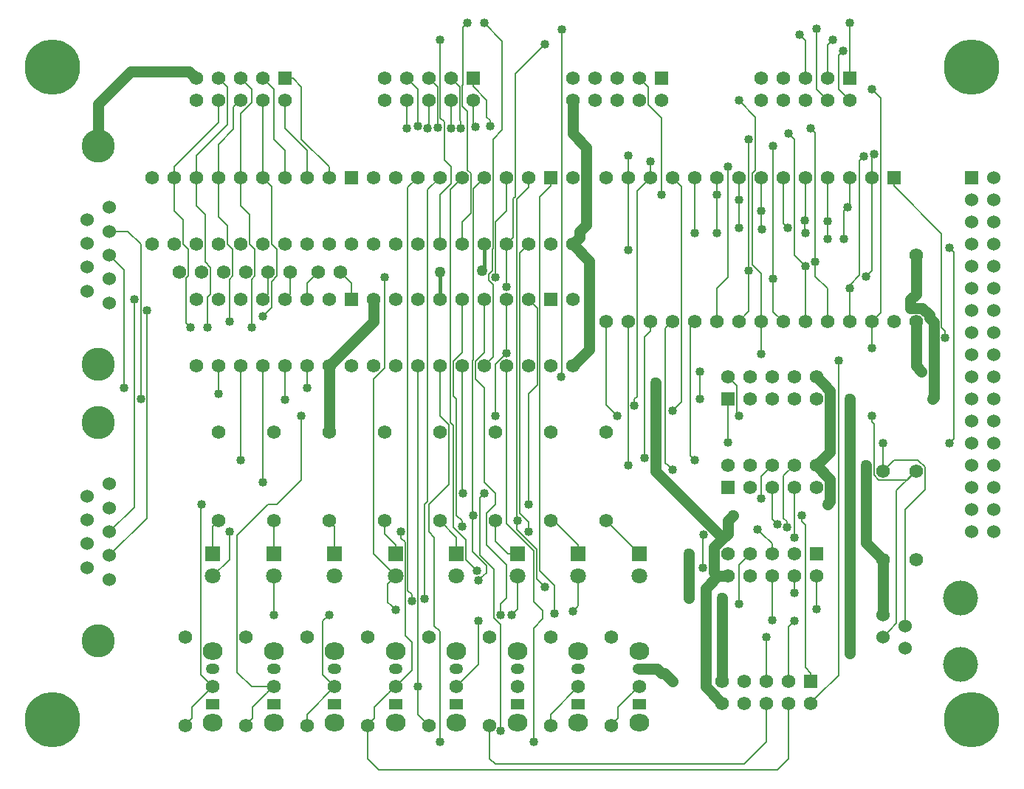
<source format=gbr>
G04 #@! TF.GenerationSoftware,KiCad,Pcbnew,(5.1.0-1546-g4fcfd266e)*
G04 #@! TF.CreationDate,2019-09-02T12:58:35-07:00*
G04 #@! TF.ProjectId,300-1006,3330302d-3130-4303-962e-6b696361645f,rev?*
G04 #@! TF.SameCoordinates,Original*
G04 #@! TF.FileFunction,Copper,L2,Bot*
G04 #@! TF.FilePolarity,Positive*
%FSLAX46Y46*%
G04 Gerber Fmt 4.6, Leading zero omitted, Abs format (unit mm)*
G04 Created by KiCad (PCBNEW (5.1.0-1546-g4fcfd266e)) date 2019-09-02 12:58:35*
%MOMM*%
%LPD*%
G04 APERTURE LIST*
%ADD10C,1.574800*%
%ADD11R,1.574800X1.574800*%
%ADD12C,6.350000*%
%ADD13C,1.524000*%
%ADD14R,1.524000X1.524000*%
%ADD15O,2.286000X2.000000*%
%ADD16O,1.574800X1.200000*%
%ADD17R,1.574800X1.200000*%
%ADD18C,4.000000*%
%ADD19C,3.810000*%
%ADD20C,1.800000*%
%ADD21R,1.800000X1.800000*%
%ADD22C,1.016000*%
%ADD23C,1.270000*%
%ADD24C,0.152400*%
%ADD25C,0.381000*%
%ADD26C,1.270000*%
G04 APERTURE END LIST*
D10*
X73660000Y-115570000D03*
X73660000Y-123190000D03*
X100965000Y-154305000D03*
X100965000Y-164465000D03*
X93980000Y-154305000D03*
X93980000Y-164465000D03*
X86995000Y-154305000D03*
X86995000Y-164465000D03*
X80010000Y-154305000D03*
X80010000Y-164465000D03*
X73025000Y-154305000D03*
X73025000Y-164465000D03*
X66040000Y-154305000D03*
X66040000Y-164465000D03*
X59055000Y-154305000D03*
X59055000Y-164465000D03*
X52070000Y-154305000D03*
X52070000Y-164465000D03*
X113665000Y-161925000D03*
X113665000Y-159385000D03*
X116205000Y-161925000D03*
X116205000Y-159385000D03*
X118745000Y-161925000D03*
X118745000Y-159385000D03*
X121285000Y-161925000D03*
X121285000Y-159385000D03*
X123825000Y-161925000D03*
D11*
X123825000Y-159385000D03*
D10*
X114300000Y-147320000D03*
X114300000Y-144780000D03*
X116840000Y-147320000D03*
X116840000Y-144780000D03*
X119380000Y-147320000D03*
X119380000Y-144780000D03*
X121920000Y-147320000D03*
X121920000Y-144780000D03*
X124460000Y-147320000D03*
D11*
X124460000Y-144780000D03*
D10*
X56515000Y-112395000D03*
X59055000Y-112395000D03*
D12*
X36830000Y-163830000D03*
X142240000Y-163830000D03*
X36830000Y-88900000D03*
X142240000Y-88900000D03*
D10*
X135890000Y-110490000D03*
X135890000Y-118110000D03*
X96520000Y-101600000D03*
X96520000Y-109220000D03*
X73660000Y-101600000D03*
X73660000Y-109220000D03*
X96520000Y-115570000D03*
X96520000Y-123190000D03*
D13*
X144780000Y-142240000D03*
X142240000Y-142240000D03*
X144780000Y-139700000D03*
X142240000Y-139700000D03*
X144780000Y-137160000D03*
X142240000Y-137160000D03*
X144780000Y-134620000D03*
X142240000Y-134620000D03*
X144780000Y-132080000D03*
X142240000Y-132080000D03*
X144780000Y-129540000D03*
X142240000Y-129540000D03*
X144780000Y-127000000D03*
X142240000Y-127000000D03*
X144780000Y-124460000D03*
X142240000Y-124460000D03*
X144780000Y-121920000D03*
X142240000Y-121920000D03*
X144780000Y-119380000D03*
X142240000Y-119380000D03*
X144780000Y-116840000D03*
X142240000Y-116840000D03*
X144780000Y-114300000D03*
X142240000Y-114300000D03*
X144780000Y-111760000D03*
X142240000Y-111760000D03*
X144780000Y-109220000D03*
X142240000Y-109220000D03*
X144780000Y-106680000D03*
X142240000Y-106680000D03*
X144780000Y-104140000D03*
X142240000Y-104140000D03*
X144780000Y-101600000D03*
D14*
X142240000Y-101600000D03*
D10*
X100330000Y-101600000D03*
X100330000Y-118110000D03*
X102870000Y-101600000D03*
X102870000Y-118110000D03*
X105410000Y-101600000D03*
X105410000Y-118110000D03*
X107950000Y-101600000D03*
X107950000Y-118110000D03*
X110490000Y-101600000D03*
X110490000Y-118110000D03*
X113030000Y-101600000D03*
X113030000Y-118110000D03*
X115570000Y-101600000D03*
X115570000Y-118110000D03*
X118110000Y-101600000D03*
X118110000Y-118110000D03*
X120650000Y-101600000D03*
X120650000Y-118110000D03*
X123190000Y-101600000D03*
X123190000Y-118110000D03*
X125730000Y-101600000D03*
X125730000Y-118110000D03*
X128270000Y-101600000D03*
X128270000Y-118110000D03*
X130810000Y-101600000D03*
X130810000Y-118110000D03*
D11*
X133350000Y-101600000D03*
D10*
X133350000Y-118110000D03*
X76200000Y-115570000D03*
X76200000Y-123190000D03*
X78740000Y-115570000D03*
X78740000Y-123190000D03*
X81280000Y-115570000D03*
X81280000Y-123190000D03*
X83820000Y-115570000D03*
X83820000Y-123190000D03*
X86360000Y-115570000D03*
X86360000Y-123190000D03*
X88900000Y-115570000D03*
X88900000Y-123190000D03*
X91440000Y-115570000D03*
X91440000Y-123190000D03*
D11*
X93980000Y-115570000D03*
D10*
X93980000Y-123190000D03*
X53340000Y-115570000D03*
X53340000Y-123190000D03*
X55880000Y-115570000D03*
X55880000Y-123190000D03*
X58420000Y-115570000D03*
X58420000Y-123190000D03*
X60960000Y-115570000D03*
X60960000Y-123190000D03*
X63500000Y-115570000D03*
X63500000Y-123190000D03*
X66040000Y-115570000D03*
X66040000Y-123190000D03*
X68580000Y-115570000D03*
X68580000Y-123190000D03*
D11*
X71120000Y-115570000D03*
D10*
X71120000Y-123190000D03*
X76200000Y-101600000D03*
X76200000Y-109220000D03*
X78740000Y-101600000D03*
X78740000Y-109220000D03*
X81280000Y-101600000D03*
X81280000Y-109220000D03*
X83820000Y-101600000D03*
X83820000Y-109220000D03*
X86360000Y-101600000D03*
X86360000Y-109220000D03*
X88900000Y-101600000D03*
X88900000Y-109220000D03*
X91440000Y-101600000D03*
X91440000Y-109220000D03*
D11*
X93980000Y-101600000D03*
D10*
X93980000Y-109220000D03*
X48260000Y-101600000D03*
X48260000Y-109220000D03*
X50800000Y-101600000D03*
X50800000Y-109220000D03*
X53340000Y-101600000D03*
X53340000Y-109220000D03*
X55880000Y-101600000D03*
X55880000Y-109220000D03*
X58420000Y-101600000D03*
X58420000Y-109220000D03*
X60960000Y-101600000D03*
X60960000Y-109220000D03*
X63500000Y-101600000D03*
X63500000Y-109220000D03*
X66040000Y-101600000D03*
X66040000Y-109220000D03*
X68580000Y-101600000D03*
X68580000Y-109220000D03*
D11*
X71120000Y-101600000D03*
D10*
X71120000Y-109220000D03*
D15*
X104140000Y-155905200D03*
X104140000Y-164134800D03*
D16*
X104140000Y-158013400D03*
D10*
X104140000Y-160020000D03*
D17*
X104140000Y-162026600D03*
D15*
X97155000Y-155905200D03*
X97155000Y-164134800D03*
D16*
X97155000Y-158013400D03*
D10*
X97155000Y-160020000D03*
D17*
X97155000Y-162026600D03*
D15*
X90170000Y-155905200D03*
X90170000Y-164134800D03*
D16*
X90170000Y-158013400D03*
D10*
X90170000Y-160020000D03*
D17*
X90170000Y-162026600D03*
D15*
X83185000Y-155905200D03*
X83185000Y-164134800D03*
D16*
X83185000Y-158013400D03*
D10*
X83185000Y-160020000D03*
D17*
X83185000Y-162026600D03*
D15*
X76200000Y-155905200D03*
X76200000Y-164134800D03*
D16*
X76200000Y-158013400D03*
D10*
X76200000Y-160020000D03*
D17*
X76200000Y-162026600D03*
D15*
X69215000Y-155905200D03*
X69215000Y-164134800D03*
D16*
X69215000Y-158013400D03*
D10*
X69215000Y-160020000D03*
D17*
X69215000Y-162026600D03*
D15*
X62230000Y-155905200D03*
X62230000Y-164134800D03*
D16*
X62230000Y-158013400D03*
D10*
X62230000Y-160020000D03*
D17*
X62230000Y-162026600D03*
D15*
X55245000Y-155905200D03*
X55245000Y-164134800D03*
D16*
X55245000Y-158013400D03*
D10*
X55245000Y-160020000D03*
D17*
X55245000Y-162026600D03*
D10*
X100330000Y-130810000D03*
X100330000Y-140970000D03*
X93980000Y-130810000D03*
X93980000Y-140970000D03*
X87630000Y-130810000D03*
X87630000Y-140970000D03*
X81280000Y-130810000D03*
X81280000Y-140970000D03*
X74930000Y-130810000D03*
X74930000Y-140970000D03*
X68580000Y-130810000D03*
X68580000Y-140970000D03*
X62230000Y-130810000D03*
X62230000Y-140970000D03*
X55880000Y-130810000D03*
X55880000Y-140970000D03*
X135890000Y-135255000D03*
X135890000Y-145415000D03*
X132080000Y-135255000D03*
X132080000Y-145415000D03*
X124460000Y-134620000D03*
X124460000Y-137160000D03*
X121920000Y-134620000D03*
X121920000Y-137160000D03*
X119380000Y-134620000D03*
X119380000Y-137160000D03*
X116840000Y-134620000D03*
X116840000Y-137160000D03*
X114300000Y-134620000D03*
D11*
X114300000Y-137160000D03*
D10*
X124460000Y-124460000D03*
X124460000Y-127000000D03*
X121920000Y-124460000D03*
X121920000Y-127000000D03*
X119380000Y-124460000D03*
X119380000Y-127000000D03*
X116840000Y-124460000D03*
X116840000Y-127000000D03*
X114300000Y-124460000D03*
D11*
X114300000Y-127000000D03*
D10*
X118110000Y-92710000D03*
X118110000Y-90170000D03*
X120650000Y-92710000D03*
X120650000Y-90170000D03*
X123190000Y-92710000D03*
X123190000Y-90170000D03*
X125730000Y-92710000D03*
X125730000Y-90170000D03*
X128270000Y-92710000D03*
D11*
X128270000Y-90170000D03*
D10*
X96520000Y-92710000D03*
X96520000Y-90170000D03*
X99060000Y-92710000D03*
X99060000Y-90170000D03*
X101600000Y-92710000D03*
X101600000Y-90170000D03*
X104140000Y-92710000D03*
X104140000Y-90170000D03*
X106680000Y-92710000D03*
D11*
X106680000Y-90170000D03*
D10*
X74930000Y-92710000D03*
X74930000Y-90170000D03*
X77470000Y-92710000D03*
X77470000Y-90170000D03*
X80010000Y-92710000D03*
X80010000Y-90170000D03*
X82550000Y-92710000D03*
X82550000Y-90170000D03*
X85090000Y-92710000D03*
D11*
X85090000Y-90170000D03*
D10*
X53340000Y-92710000D03*
X53340000Y-90170000D03*
X55880000Y-92710000D03*
X55880000Y-90170000D03*
X58420000Y-92710000D03*
X58420000Y-90170000D03*
X60960000Y-92710000D03*
X60960000Y-90170000D03*
X63500000Y-92710000D03*
D11*
X63500000Y-90170000D03*
D13*
X134620000Y-155575000D03*
X132080000Y-154305000D03*
X134620000Y-153035000D03*
X132080000Y-151765000D03*
D18*
X140970000Y-149860000D03*
X140970000Y-157480000D03*
D19*
X42150000Y-129740000D03*
X42150000Y-154740000D03*
D13*
X40880000Y-138130000D03*
X40880000Y-140870000D03*
X40880000Y-143610000D03*
X40880000Y-146350000D03*
X43420000Y-136760000D03*
X43420000Y-139500000D03*
X43420000Y-142240000D03*
X43420000Y-144980000D03*
X43420000Y-147720000D03*
D19*
X42150000Y-97990000D03*
X42150000Y-122990000D03*
D13*
X40880000Y-106380000D03*
X40880000Y-109120000D03*
X40880000Y-111860000D03*
X40880000Y-114600000D03*
X43420000Y-105010000D03*
X43420000Y-107750000D03*
X43420000Y-110490000D03*
X43420000Y-113230000D03*
X43420000Y-115970000D03*
D20*
X104140000Y-147320000D03*
D21*
X104140000Y-144780000D03*
D20*
X97155000Y-147320000D03*
D21*
X97155000Y-144780000D03*
D20*
X90170000Y-147320000D03*
D21*
X90170000Y-144780000D03*
D20*
X83185000Y-147320000D03*
D21*
X83185000Y-144780000D03*
D20*
X76200000Y-147320000D03*
D21*
X76200000Y-144780000D03*
D20*
X69215000Y-147320000D03*
D21*
X69215000Y-144780000D03*
D20*
X62230000Y-147320000D03*
D21*
X62230000Y-144780000D03*
D20*
X55245000Y-147320000D03*
D21*
X55245000Y-144780000D03*
D10*
X61595000Y-112395000D03*
X64135000Y-112395000D03*
X53975000Y-112395000D03*
X51435000Y-112395000D03*
X67310000Y-112395000D03*
X69850000Y-112395000D03*
D22*
X88900000Y-121742197D03*
X118110000Y-121818390D03*
X127000000Y-122555000D03*
X68580000Y-151765000D03*
X85725000Y-152501610D03*
X118745000Y-154305000D03*
X78740000Y-160020000D03*
X81280000Y-166370000D03*
X88289953Y-165112476D03*
X86360000Y-137795000D03*
X92075000Y-166370000D03*
X91440000Y-142240000D03*
D23*
X81280000Y-112395000D03*
D22*
X88900000Y-114122197D03*
X78763970Y-95689388D03*
X79909794Y-95918020D03*
X83718390Y-95884299D03*
X82550237Y-95908903D03*
X81077025Y-95865519D03*
X84455000Y-83820000D03*
X95250000Y-84556610D03*
X122532412Y-85191264D03*
X124460000Y-84455000D03*
X128270000Y-83820000D03*
X127533390Y-86995000D03*
X81280000Y-85725000D03*
X93345000Y-86258390D03*
X126365000Y-85725000D03*
X87051822Y-95706405D03*
X86360000Y-83820000D03*
X52705000Y-118745000D03*
X54610000Y-118745000D03*
X57150000Y-118110000D03*
X59690000Y-118745000D03*
X60960000Y-117475000D03*
X102870000Y-99060000D03*
X105410000Y-99695000D03*
X110490000Y-133985000D03*
X102870000Y-134620000D03*
X139700000Y-132080000D03*
X102870000Y-109855000D03*
X91440000Y-139065000D03*
X106680000Y-103505000D03*
X110490000Y-107950000D03*
X113030000Y-107950000D03*
X115570000Y-107315000D03*
X123825000Y-95885000D03*
X121285000Y-96520000D03*
X121183390Y-107315000D03*
X85344167Y-95732443D03*
X119519013Y-97930156D03*
X77470000Y-95885000D03*
X114300000Y-100330000D03*
X85549422Y-146695037D03*
X85702412Y-147853390D03*
X93345000Y-148590000D03*
X79552124Y-149961610D03*
X62230000Y-151765000D03*
X57150000Y-142240000D03*
X115570000Y-92710000D03*
X116738390Y-97155000D03*
X130810000Y-91440000D03*
X131089391Y-98867875D03*
X129955956Y-99151574D03*
X113030000Y-103505000D03*
X115570000Y-104140000D03*
X128042679Y-104952789D03*
X118110000Y-105410000D03*
X118202632Y-107492834D03*
X125730000Y-106578390D03*
X123190000Y-107950000D03*
X125730000Y-108585000D03*
X127635000Y-108585000D03*
X139700000Y-109626421D03*
X135255000Y-115570000D03*
X124332999Y-111252001D03*
X123190000Y-111760000D03*
X116738390Y-112293390D03*
X119519013Y-113169013D03*
X130175000Y-112928390D03*
X128270000Y-114300000D03*
X130810000Y-121183390D03*
X107950000Y-128371610D03*
X101600000Y-128905000D03*
X66040000Y-125730000D03*
X45085000Y-125730000D03*
X46990000Y-127000000D03*
X46253390Y-115570000D03*
X47726610Y-116840000D03*
X58420000Y-133985000D03*
X107950000Y-135153390D03*
X60960000Y-136525000D03*
X55880000Y-126365000D03*
X63500000Y-127101610D03*
X111125000Y-127000000D03*
X103606610Y-127736610D03*
X111125000Y-123825000D03*
X114300000Y-131952956D03*
X132080000Y-132080000D03*
X115570000Y-128905000D03*
X130810000Y-128905000D03*
X118110000Y-138430000D03*
X121920000Y-142875000D03*
X124460000Y-151130000D03*
X90170000Y-140970000D03*
X85090000Y-140335000D03*
X121920000Y-152501610D03*
X121920000Y-149225000D03*
X74930000Y-113030000D03*
D23*
X86129585Y-112273429D03*
D22*
X87630000Y-113030000D03*
X115570000Y-150495000D03*
X119380000Y-152400000D03*
X89535000Y-151765000D03*
X94423808Y-151663390D03*
X96520000Y-151358579D03*
X83921610Y-137795000D03*
X83820000Y-141605000D03*
X76835000Y-142240000D03*
X78065211Y-150160468D03*
X76200000Y-151231610D03*
X95224590Y-124434087D03*
D23*
X130175000Y-134620000D03*
X113665000Y-156210000D03*
X111760000Y-154305000D03*
X113665000Y-149860000D03*
X109855000Y-149860000D03*
X109855000Y-144780000D03*
D22*
X139242820Y-119946116D03*
D23*
X137795000Y-127000000D03*
X136525000Y-123847909D03*
X125730000Y-139065000D03*
D22*
X122810089Y-140360410D03*
X119984170Y-141358884D03*
X121079837Y-141764717D03*
X117742375Y-141935212D03*
D23*
X114935000Y-140335000D03*
D22*
X111429789Y-146348782D03*
X87630000Y-128905000D03*
X65405000Y-128905000D03*
X53975000Y-139065000D03*
D23*
X106045000Y-125095000D03*
D22*
X104749590Y-133729911D03*
X111546679Y-142588666D03*
X88265000Y-151765000D03*
D23*
X128270000Y-137160000D03*
X128270000Y-127000000D03*
X107950000Y-159385000D03*
X128270000Y-156210000D03*
D22*
X123178294Y-106476788D03*
D24*
X88900000Y-121742197D02*
X88900000Y-115570000D01*
X118110000Y-118110000D02*
X118110000Y-121818390D01*
X127000000Y-158750000D02*
X127000000Y-122555000D01*
X124612399Y-161137601D02*
X127000000Y-158750000D01*
X123825000Y-161925000D02*
X124612399Y-161137601D01*
X68580000Y-151765000D02*
X67843390Y-152501610D01*
X67843390Y-152501610D02*
X67843390Y-158648390D01*
X67843390Y-158648390D02*
X68427601Y-159232601D01*
X68427601Y-159232601D02*
X69215000Y-160020000D01*
X85725000Y-157480000D02*
X85725000Y-153220030D01*
X83185000Y-160020000D02*
X85725000Y-157480000D01*
X85725000Y-153220030D02*
X85725000Y-152501610D01*
X118745000Y-159385000D02*
X118745000Y-154305000D01*
X87630000Y-168910000D02*
X86995000Y-168275000D01*
X86995000Y-168275000D02*
X86995000Y-164465000D01*
X116205000Y-168910000D02*
X87630000Y-168910000D01*
X118745000Y-166370000D02*
X116205000Y-168910000D01*
X118745000Y-161925000D02*
X118745000Y-166370000D01*
X121285000Y-168275000D02*
X120015000Y-169545000D01*
X121285000Y-161925000D02*
X121285000Y-168275000D01*
X120015000Y-169545000D02*
X74295000Y-169545000D01*
X74295000Y-169545000D02*
X73025000Y-168275000D01*
X73025000Y-168275000D02*
X73025000Y-164465000D01*
X81280000Y-153670000D02*
X81280000Y-166370000D01*
X80645000Y-153035000D02*
X81280000Y-153670000D01*
X80645000Y-152400000D02*
X80645000Y-153035000D01*
X80645000Y-142875000D02*
X80645000Y-152400000D01*
X80010000Y-142240000D02*
X80645000Y-142875000D01*
X80010000Y-139065000D02*
X80010000Y-142240000D01*
X79917643Y-138726291D02*
X79552124Y-139091810D01*
X79552124Y-149243190D02*
X79552124Y-149961610D01*
X79917643Y-102962357D02*
X79917643Y-138726291D01*
X81280000Y-101600000D02*
X79917643Y-102962357D01*
X79552124Y-139091810D02*
X79552124Y-149243190D01*
X82296001Y-136778999D02*
X80010000Y-139065000D01*
X81280000Y-128905000D02*
X82296001Y-129921001D01*
X82296001Y-129921001D02*
X82296001Y-136778999D01*
X81280000Y-123190000D02*
X81280000Y-128905000D01*
X97155000Y-160020000D02*
X93980000Y-163195000D01*
X93980000Y-163195000D02*
X93980000Y-164465000D01*
X100965000Y-164465000D02*
X101752399Y-163677601D01*
X101752399Y-163677601D02*
X101752399Y-162407601D01*
X101752399Y-162407601D02*
X103352601Y-160807399D01*
X103352601Y-160807399D02*
X104140000Y-160020000D01*
X92837001Y-148082001D02*
X93345000Y-148590000D01*
X91440000Y-102713551D02*
X90119188Y-104034363D01*
X91440000Y-101600000D02*
X91440000Y-102713551D01*
X90119188Y-104034363D02*
X90119188Y-141985255D01*
X90119188Y-141985255D02*
X92405189Y-144271255D01*
X92405189Y-144271255D02*
X92405189Y-147650189D01*
X92405189Y-147650189D02*
X92837001Y-148082001D01*
X88900000Y-114122197D02*
X88900000Y-109220000D01*
D25*
X81280000Y-115570000D02*
X81280000Y-112395000D01*
D24*
X83820000Y-106680000D02*
X83820000Y-109220000D01*
X84836001Y-105663999D02*
X83820000Y-106680000D01*
X84455000Y-93980000D02*
X84455000Y-100731318D01*
X84455000Y-100731318D02*
X84836001Y-101112319D01*
X84836001Y-101112319D02*
X84836001Y-105663999D01*
X81813635Y-99593635D02*
X82550000Y-100330000D01*
X81077025Y-95147099D02*
X81077025Y-95865519D01*
X80010000Y-95817814D02*
X79909794Y-95918020D01*
X81280000Y-85725000D02*
X81280000Y-86443420D01*
X80010000Y-90170000D02*
X81026001Y-91186001D01*
X81280000Y-108106449D02*
X81280000Y-109220000D01*
X81026001Y-95096075D02*
X81077025Y-95147099D01*
X83870812Y-93395812D02*
X84455000Y-93980000D01*
X78763970Y-94970968D02*
X78763970Y-95689388D01*
X81026001Y-91186001D02*
X81026001Y-95096075D01*
X80010000Y-92710000D02*
X80010000Y-95817814D01*
X82550000Y-90170000D02*
X83566001Y-91186001D01*
X82550000Y-92710000D02*
X82550000Y-95908666D01*
X82550000Y-102235000D02*
X81280000Y-103505000D01*
X81813635Y-95185923D02*
X81813635Y-99593635D01*
X81330812Y-94703100D02*
X81813635Y-95185923D01*
X83566001Y-91186001D02*
X83566001Y-95013490D01*
X81330812Y-86494232D02*
X81330812Y-94703100D01*
X82550000Y-100330000D02*
X82550000Y-102235000D01*
X83718390Y-95165879D02*
X83718390Y-95884299D01*
X78763970Y-91463970D02*
X78763970Y-94970968D01*
X83566001Y-95013490D02*
X83718390Y-95165879D01*
X82550000Y-95908666D02*
X82550237Y-95908903D01*
X81280000Y-86443420D02*
X81330812Y-86494232D01*
X77470000Y-90170000D02*
X78763970Y-91463970D01*
X81280000Y-103505000D02*
X81280000Y-108106449D01*
X83947001Y-90932001D02*
X83870812Y-91008190D01*
X83870812Y-91008190D02*
X83870812Y-93395812D01*
X84455000Y-83820000D02*
X83947001Y-84327999D01*
X83947001Y-84327999D02*
X83947001Y-90932001D01*
X123040411Y-85699263D02*
X122532412Y-85191264D01*
X123190000Y-90170000D02*
X123190000Y-85848852D01*
X125730000Y-92710000D02*
X124460000Y-91440000D01*
X124460000Y-91440000D02*
X124460000Y-84455000D01*
X123190000Y-85848852D02*
X123040411Y-85699263D01*
X128270000Y-92710000D02*
X127025391Y-91465391D01*
X127025391Y-91465391D02*
X127025391Y-87502999D01*
X127025391Y-87502999D02*
X127533390Y-86995000D01*
X128270000Y-90170000D02*
X128270000Y-83820000D01*
X125730000Y-86360000D02*
X126365000Y-85725000D01*
X125730000Y-90170000D02*
X125730000Y-86360000D01*
X85090000Y-90170000D02*
X85090000Y-91109800D01*
X86690189Y-92709989D02*
X86690189Y-94626352D01*
X87051822Y-94987985D02*
X87051822Y-95706405D01*
X86690189Y-94626352D02*
X87051822Y-94987985D01*
X85090000Y-91109800D02*
X86690189Y-92709989D01*
X50800000Y-105410000D02*
X50800000Y-101600000D01*
X51816001Y-106426001D02*
X50800000Y-105410000D01*
X52197001Y-118237001D02*
X52197001Y-113136681D01*
X52705000Y-118745000D02*
X52197001Y-118237001D01*
X52197001Y-113136681D02*
X52451001Y-112882681D01*
X52451001Y-112882681D02*
X52451001Y-109834683D01*
X52451001Y-109834683D02*
X51816001Y-109199683D01*
X51816001Y-109199683D02*
X51816001Y-106426001D01*
X54356001Y-105791001D02*
X53340000Y-104775000D01*
X53340000Y-104775000D02*
X53340000Y-101600000D01*
X54610000Y-115336318D02*
X54991001Y-114955317D01*
X54610000Y-118745000D02*
X54610000Y-115336318D01*
X54991001Y-114955317D02*
X54991001Y-111907319D01*
X54991001Y-111907319D02*
X54356001Y-111272319D01*
X54356001Y-111272319D02*
X54356001Y-105791001D01*
X55880000Y-106045000D02*
X55880000Y-101600000D01*
X56896001Y-107061001D02*
X55880000Y-106045000D01*
X57150000Y-113263682D02*
X57531001Y-112882681D01*
X57150000Y-118110000D02*
X57150000Y-113263682D01*
X57531001Y-112882681D02*
X57531001Y-109834683D01*
X57531001Y-109834683D02*
X56896001Y-109199683D01*
X56896001Y-109199683D02*
X56896001Y-107061001D01*
X58420000Y-104775000D02*
X58420000Y-101600000D01*
X59436001Y-105791001D02*
X58420000Y-104775000D01*
X59690000Y-113263682D02*
X60071001Y-112882681D01*
X59690000Y-118745000D02*
X59690000Y-113263682D01*
X60071001Y-112882681D02*
X60071001Y-109834683D01*
X60071001Y-109834683D02*
X59436001Y-109199683D01*
X59436001Y-109199683D02*
X59436001Y-105791001D01*
X60960000Y-117475000D02*
X61976001Y-116458999D01*
X61976001Y-116458999D02*
X61976001Y-113517681D01*
X61976001Y-113517681D02*
X62611001Y-112882681D01*
X62611001Y-112882681D02*
X62611001Y-109834683D01*
X62611001Y-109834683D02*
X61976001Y-109199683D01*
X61976001Y-109199683D02*
X61976001Y-102616001D01*
X61976001Y-102616001D02*
X61747399Y-102387399D01*
X61747399Y-102387399D02*
X60960000Y-101600000D01*
X102870000Y-99060000D02*
X102870000Y-101600000D01*
X105410000Y-99695000D02*
X105410000Y-101600000D01*
X102870000Y-128905000D02*
X102870000Y-118110000D01*
X100330000Y-127635000D02*
X100330000Y-119223551D01*
X100330000Y-119223551D02*
X100330000Y-118110000D01*
X101600000Y-128905000D02*
X100330000Y-127635000D01*
X102870000Y-134620000D02*
X102870000Y-128905000D01*
X134620000Y-139700000D02*
X134620000Y-153035000D01*
X136906001Y-137413999D02*
X134620000Y-139700000D01*
X136123682Y-133985000D02*
X136906001Y-134767319D01*
X133350000Y-133985000D02*
X136123682Y-133985000D01*
X136906001Y-134767319D02*
X136906001Y-137413999D01*
X132080000Y-135255000D02*
X133350000Y-133985000D01*
X135890000Y-135255000D02*
X133629399Y-137515601D01*
X133629399Y-137515601D02*
X133629399Y-152755601D01*
X133629399Y-152755601D02*
X132841999Y-153543001D01*
X132841999Y-153543001D02*
X132080000Y-154305000D01*
X102870000Y-101600000D02*
X102870000Y-109855000D01*
X91440000Y-126365000D02*
X91440000Y-139065000D01*
X92456001Y-125348999D02*
X91440000Y-126365000D01*
X91440000Y-115570000D02*
X92456001Y-116586001D01*
X92456001Y-116586001D02*
X92456001Y-125348999D01*
D26*
X68580000Y-123190000D02*
X68580000Y-130810000D01*
D24*
X105156001Y-93197681D02*
X106680000Y-94721680D01*
X106680000Y-94721680D02*
X106680000Y-102786580D01*
X106680000Y-102786580D02*
X106680000Y-103505000D01*
X105156001Y-91186001D02*
X105156001Y-93197681D01*
X104140000Y-90170000D02*
X105156001Y-91186001D01*
X110490000Y-107950000D02*
X110490000Y-101600000D01*
X113030000Y-107950000D02*
X113030000Y-101600000D01*
X115570000Y-107315000D02*
X115570000Y-101600000D01*
X104140000Y-144780000D02*
X100330000Y-140970000D01*
X97155000Y-144780000D02*
X97155000Y-143727600D01*
X97155000Y-143727600D02*
X94397400Y-140970000D01*
X94397400Y-140970000D02*
X93980000Y-140970000D01*
X83185000Y-144780000D02*
X83185000Y-142875000D01*
X83185000Y-142875000D02*
X81280000Y-140970000D01*
X69215000Y-144780000D02*
X69215000Y-141605000D01*
X69215000Y-141605000D02*
X68580000Y-140970000D01*
X62230000Y-144780000D02*
X62230000Y-140970000D01*
X55245000Y-144780000D02*
X55245000Y-141605000D01*
X55245000Y-141605000D02*
X55880000Y-140970000D01*
D26*
X132080000Y-145415000D02*
X132080000Y-151765000D01*
D24*
X50800000Y-100330000D02*
X50800000Y-101600000D01*
X55880000Y-92710000D02*
X55880000Y-95250000D01*
X55880000Y-95250000D02*
X50800000Y-100330000D01*
X56896001Y-91186001D02*
X56896001Y-95503999D01*
X55880000Y-90170000D02*
X56896001Y-91186001D01*
X53340000Y-99060000D02*
X53340000Y-101600000D01*
X56896001Y-95503999D02*
X53340000Y-99060000D01*
X57632601Y-93497399D02*
X57632601Y-96037399D01*
X58420000Y-92710000D02*
X57632601Y-93497399D01*
X57632601Y-96037399D02*
X55880000Y-97790000D01*
X55880000Y-97790000D02*
X55880000Y-101600000D01*
X58420000Y-90170000D02*
X59690000Y-91440000D01*
X59690000Y-92943682D02*
X58420000Y-94213682D01*
X59690000Y-91440000D02*
X59690000Y-92943682D01*
X58420000Y-94213682D02*
X58420000Y-101600000D01*
X60960000Y-92710000D02*
X60960000Y-101600000D01*
X60960000Y-90170000D02*
X62230000Y-91440000D01*
X62230000Y-91440000D02*
X62230000Y-97155000D01*
X62230000Y-97155000D02*
X63500000Y-98425000D01*
X63500000Y-98425000D02*
X63500000Y-101600000D01*
X63500000Y-92710000D02*
X63500000Y-95885000D01*
X66040000Y-98425000D02*
X66040000Y-101600000D01*
X63500000Y-95885000D02*
X66040000Y-98425000D01*
X64439800Y-90170000D02*
X65405000Y-91135200D01*
X63500000Y-90170000D02*
X64439800Y-90170000D01*
X65405000Y-91135200D02*
X65405000Y-97155000D01*
X65405000Y-97155000D02*
X68580000Y-100330000D01*
X68580000Y-100330000D02*
X68580000Y-101600000D01*
X123825000Y-95885000D02*
X124332999Y-96392999D01*
X125730000Y-114300000D02*
X125730000Y-118110000D01*
X124332999Y-112902999D02*
X125730000Y-114300000D01*
X121920000Y-97155000D02*
X121920000Y-110490000D01*
X121285000Y-96520000D02*
X121920000Y-97155000D01*
X120650000Y-101600000D02*
X120650000Y-106781610D01*
X120650000Y-106781610D02*
X120675391Y-106807001D01*
X120675391Y-106807001D02*
X121183390Y-107315000D01*
X121920000Y-110490000D02*
X123190000Y-111760000D01*
X123190000Y-111760000D02*
X123190000Y-118110000D01*
X85090000Y-92710000D02*
X85090000Y-95478276D01*
X85090000Y-95478276D02*
X85344167Y-95732443D01*
X120650000Y-118110000D02*
X119519013Y-116979013D01*
X119519013Y-98648576D02*
X119519013Y-97930156D01*
X77470000Y-92710000D02*
X77470000Y-95885000D01*
X114300000Y-100330000D02*
X114300000Y-113030000D01*
X114300000Y-113030000D02*
X113030000Y-114300000D01*
X113030000Y-114300000D02*
X113030000Y-118110000D01*
X90170000Y-144780000D02*
X89117600Y-144780000D01*
X89117600Y-144780000D02*
X87630000Y-143292400D01*
X87630000Y-142083551D02*
X87630000Y-140970000D01*
X87630000Y-143292400D02*
X87630000Y-142083551D01*
X62230000Y-151765000D02*
X62230000Y-147320000D01*
X57150000Y-145415000D02*
X55245000Y-147320000D01*
X57150000Y-142240000D02*
X57150000Y-145415000D01*
X71120000Y-113665000D02*
X71120000Y-115570000D01*
X69850000Y-112395000D02*
X71120000Y-113665000D01*
X66040000Y-113665000D02*
X66040000Y-115570000D01*
X67310000Y-112395000D02*
X66040000Y-113665000D01*
X64135000Y-114935000D02*
X63500000Y-115570000D01*
X64135000Y-112395000D02*
X64135000Y-114935000D01*
X61595000Y-114935000D02*
X60960000Y-115570000D01*
X61595000Y-112395000D02*
X61595000Y-114935000D01*
X115570000Y-118110000D02*
X116738390Y-116941610D01*
X116738390Y-97873420D02*
X116738390Y-97155000D01*
X130810000Y-101600000D02*
X130810000Y-99147266D01*
X130810000Y-99147266D02*
X131089391Y-98867875D01*
X128270000Y-104725468D02*
X128042679Y-104952789D01*
X128270000Y-101600000D02*
X128270000Y-104725468D01*
X118110000Y-101600000D02*
X118110000Y-107400202D01*
X118110000Y-107400202D02*
X118202632Y-107492834D01*
X125730000Y-101600000D02*
X125730000Y-106578390D01*
X123190000Y-106465082D02*
X123178294Y-106476788D01*
X123190000Y-101600000D02*
X123190000Y-106465082D01*
X125730000Y-108585000D02*
X125730000Y-106578390D01*
X127635000Y-105360468D02*
X128042679Y-104952789D01*
X127635000Y-108585000D02*
X127635000Y-105360468D01*
D26*
X135890000Y-114935000D02*
X135890000Y-110490000D01*
X135255000Y-115570000D02*
X135890000Y-114935000D01*
D24*
X124332999Y-96392999D02*
X124332999Y-111252001D01*
X124332999Y-111252001D02*
X124332999Y-112902999D01*
X116738390Y-112293390D02*
X116738390Y-97873420D01*
X116738390Y-116941610D02*
X116738390Y-112293390D01*
X117475000Y-100731318D02*
X117093999Y-101112319D01*
X118110000Y-112574830D02*
X118110000Y-116996449D01*
X118110000Y-116996449D02*
X118110000Y-118110000D01*
X117093999Y-111558829D02*
X118110000Y-112574830D01*
X117475000Y-94615000D02*
X117475000Y-100731318D01*
X117093999Y-101112319D02*
X117093999Y-111558829D01*
X115570000Y-92710000D02*
X117475000Y-94615000D01*
X119519013Y-116979013D02*
X119519013Y-113169013D01*
X119519013Y-113169013D02*
X119519013Y-98648576D01*
X131826001Y-92456001D02*
X131826001Y-117093999D01*
X130810000Y-91440000D02*
X131826001Y-92456001D01*
X131826001Y-117093999D02*
X131597399Y-117322601D01*
X131597399Y-117322601D02*
X130810000Y-118110000D01*
X129447957Y-112768460D02*
X129447957Y-99659573D01*
X128270000Y-118110000D02*
X128270000Y-113946417D01*
X129447957Y-99659573D02*
X129955956Y-99151574D01*
X128270000Y-113946417D02*
X129447957Y-112768460D01*
X130810000Y-101600000D02*
X130810000Y-112293390D01*
X130682999Y-112420391D02*
X130175000Y-112928390D01*
X130810000Y-112293390D02*
X130682999Y-112420391D01*
X130810000Y-118110000D02*
X130810000Y-121183390D01*
X108457999Y-127863611D02*
X107950000Y-128371610D01*
X108966001Y-127355609D02*
X108457999Y-127863611D01*
X108966001Y-102616001D02*
X108966001Y-127355609D01*
X107950000Y-101600000D02*
X108966001Y-102616001D01*
X66040000Y-123190000D02*
X66040000Y-125730000D01*
X45085000Y-112155000D02*
X43420000Y-110490000D01*
X45085000Y-125730000D02*
X45085000Y-112155000D01*
X47726610Y-140673390D02*
X47726610Y-117558420D01*
X47726610Y-117558420D02*
X47726610Y-116840000D01*
X46253390Y-139406610D02*
X46253390Y-116288420D01*
X46253390Y-116288420D02*
X46253390Y-115570000D01*
X43420000Y-142240000D02*
X46253390Y-139406610D01*
X43420000Y-144980000D02*
X47726610Y-140673390D01*
X45520000Y-107750000D02*
X43420000Y-107750000D01*
X46990000Y-127000000D02*
X46990000Y-109220000D01*
X46990000Y-109220000D02*
X45520000Y-107750000D01*
X58420000Y-123190000D02*
X58420000Y-133985000D01*
X107442001Y-134645391D02*
X107950000Y-135153390D01*
X107162601Y-118897399D02*
X107162601Y-134365991D01*
X107162601Y-134365991D02*
X107442001Y-134645391D01*
X107950000Y-118110000D02*
X107162601Y-118897399D01*
X60960000Y-123190000D02*
X60960000Y-126365000D01*
X60960000Y-126365000D02*
X60960000Y-136525000D01*
X55880000Y-123190000D02*
X55880000Y-126365000D01*
X63500000Y-123190000D02*
X63500000Y-127101610D01*
X103606610Y-127018190D02*
X103606610Y-127736610D01*
X105410000Y-101600000D02*
X103886001Y-103123999D01*
X103886001Y-103123999D02*
X103886001Y-126738799D01*
X103886001Y-126738799D02*
X103606610Y-127018190D01*
X109982001Y-133477001D02*
X109982001Y-118617999D01*
X109982001Y-118617999D02*
X110490000Y-118110000D01*
X110490000Y-133985000D02*
X109982001Y-133477001D01*
X111125000Y-127000000D02*
X111125000Y-123825000D01*
X114300000Y-127000000D02*
X114300000Y-131952956D01*
X132080000Y-132080000D02*
X132080000Y-135255000D01*
X115316001Y-125476001D02*
X115316001Y-128651001D01*
X114300000Y-124460000D02*
X115316001Y-125476001D01*
X115316001Y-128651001D02*
X115570000Y-128905000D01*
X118110000Y-135890000D02*
X119380000Y-134620000D01*
X118110000Y-138430000D02*
X118110000Y-135890000D01*
X121920000Y-142875000D02*
X121920000Y-137160000D01*
X124460000Y-147320000D02*
X124460000Y-151130000D01*
X91440000Y-109220000D02*
X90423999Y-110236001D01*
X90423999Y-110236001D02*
X90423999Y-140133829D01*
X90423999Y-140133829D02*
X91440000Y-141149830D01*
X91440000Y-141149830D02*
X91440000Y-141521580D01*
X91440000Y-141521580D02*
X91440000Y-142240000D01*
X93116413Y-152244826D02*
X92075000Y-153286239D01*
X92075000Y-144473518D02*
X92075000Y-150243761D01*
X88900000Y-141298518D02*
X92075000Y-144473518D01*
X92075000Y-153286239D02*
X92075000Y-165651580D01*
X93116413Y-151285174D02*
X93116413Y-152244826D01*
X92075000Y-165651580D02*
X92075000Y-166370000D01*
X92075000Y-150243761D02*
X93116413Y-151285174D01*
X88900000Y-123190000D02*
X88900000Y-141298518D01*
X121285000Y-153136610D02*
X121412001Y-153009609D01*
X121285000Y-159385000D02*
X121285000Y-153136610D01*
X121412001Y-153009609D02*
X121920000Y-152501610D01*
X121920000Y-147320000D02*
X121920000Y-149225000D01*
X76200000Y-147320000D02*
X75300001Y-146420001D01*
X75300001Y-146420001D02*
X73660000Y-144780000D01*
X74930000Y-123423682D02*
X74930000Y-113030000D01*
X73660000Y-144780000D02*
X73660000Y-124693682D01*
X73660000Y-124693682D02*
X74930000Y-123423682D01*
D25*
X86360000Y-112043014D02*
X86129585Y-112273429D01*
X86360000Y-109220000D02*
X86360000Y-112043014D01*
D24*
X87680812Y-109833937D02*
X87680812Y-106629188D01*
X87630000Y-109884749D02*
X87680812Y-109833937D01*
X87630000Y-113030000D02*
X87630000Y-109884749D01*
X89916001Y-89687389D02*
X92837001Y-86766389D01*
X87325189Y-109758493D02*
X87325189Y-112244641D01*
X87376001Y-109707681D02*
X87325189Y-109758493D01*
X87376001Y-97152184D02*
X87376001Y-109707681D01*
X88900000Y-109220000D02*
X89687399Y-108432601D01*
X89687399Y-108432601D02*
X89687399Y-103987601D01*
X89687399Y-103987601D02*
X89916001Y-103758999D01*
X87325189Y-112244641D02*
X86893399Y-112676431D01*
X88468211Y-96059974D02*
X87376001Y-97152184D01*
X92837001Y-86766389D02*
X93345000Y-86258390D01*
X87147399Y-122402601D02*
X86360000Y-123190000D01*
X89916001Y-103758999D02*
X89916001Y-89687389D01*
X86893399Y-113383569D02*
X87376001Y-113866171D01*
X86893399Y-112676431D02*
X86893399Y-113383569D01*
X87376001Y-122173999D02*
X87147399Y-122402601D01*
X88468211Y-85928211D02*
X88468211Y-96059974D01*
X87376001Y-113866171D02*
X87376001Y-122173999D01*
X86360000Y-83820000D02*
X88468211Y-85928211D01*
X87680812Y-106629188D02*
X88900000Y-105410000D01*
X88900000Y-105410000D02*
X88900000Y-101600000D01*
X116840000Y-144780000D02*
X115570000Y-146050000D01*
X115570000Y-146050000D02*
X115570000Y-150495000D01*
X119380000Y-147320000D02*
X119380000Y-152400000D01*
X93980000Y-102539800D02*
X92760812Y-103758988D01*
X93980000Y-101600000D02*
X93980000Y-102539800D01*
X92760812Y-103758988D02*
X92760812Y-146735812D01*
X92760812Y-146735812D02*
X94423808Y-148398808D01*
X94423808Y-148398808D02*
X94423808Y-150944970D01*
X94423808Y-150944970D02*
X94423808Y-151663390D01*
X97155000Y-147320000D02*
X97155000Y-150723579D01*
X97155000Y-150723579D02*
X97027999Y-150850580D01*
X97027999Y-150850580D02*
X96520000Y-151358579D01*
X90170000Y-151130000D02*
X90170000Y-147320000D01*
X89535000Y-151765000D02*
X90170000Y-151130000D01*
X83820000Y-115570000D02*
X83820000Y-120015000D01*
X83820000Y-121686318D02*
X82803999Y-122702319D01*
X83820000Y-120015000D02*
X83820000Y-121686318D01*
X82803999Y-122702319D02*
X82803999Y-126618999D01*
X82803999Y-126618999D02*
X83185000Y-127000000D01*
X83185000Y-127000000D02*
X83185000Y-139700000D01*
X83820000Y-137693390D02*
X83921610Y-137795000D01*
X83820000Y-123190000D02*
X83820000Y-137693390D01*
X83185000Y-139700000D02*
X83185000Y-140335000D01*
X83185000Y-140335000D02*
X83820000Y-140970000D01*
X84313601Y-145459216D02*
X85041423Y-146187038D01*
X84313601Y-143188773D02*
X84313601Y-145459216D01*
X83820000Y-101600000D02*
X82499188Y-102920812D01*
X82499188Y-129693122D02*
X82854809Y-130048743D01*
X83820000Y-140970000D02*
X83820000Y-141605000D01*
X82499188Y-102920812D02*
X82499188Y-129693122D01*
X85041423Y-146187038D02*
X85549422Y-146695037D01*
X82854809Y-141729981D02*
X84313601Y-143188773D01*
X82854809Y-130048743D02*
X82854809Y-141729981D01*
X76200000Y-143727600D02*
X74930000Y-142457600D01*
X76200000Y-144780000D02*
X76200000Y-143727600D01*
X74930000Y-142457600D02*
X74930000Y-142083551D01*
X74930000Y-142083551D02*
X74930000Y-140970000D01*
X77328601Y-143452021D02*
X77328601Y-154163601D01*
X76835000Y-142958420D02*
X77328601Y-143452021D01*
X76835000Y-142240000D02*
X76835000Y-142958420D01*
X75692001Y-150723611D02*
X76200000Y-151231610D01*
X75300001Y-148219999D02*
X75300001Y-150331611D01*
X75300001Y-150331611D02*
X75692001Y-150723611D01*
X78740000Y-101600000D02*
X77633412Y-102706588D01*
X78801813Y-163256813D02*
X79222601Y-163677601D01*
X78801813Y-124365364D02*
X78801813Y-163256813D01*
X77633412Y-102706588D02*
X77633412Y-149010249D01*
X79222601Y-163677601D02*
X80010000Y-164465000D01*
X78740000Y-124303551D02*
X78801813Y-124365364D01*
X76200000Y-147320000D02*
X75300001Y-148219999D01*
X78740000Y-123190000D02*
X78740000Y-124303551D01*
X78065211Y-149442048D02*
X78065211Y-150160468D01*
X77633412Y-149010249D02*
X78065211Y-149442048D01*
X77328601Y-154163601D02*
X78105000Y-154940000D01*
X78105000Y-158115000D02*
X76200000Y-160020000D01*
X78105000Y-154940000D02*
X78105000Y-158115000D01*
D26*
X73660000Y-118110000D02*
X73660000Y-115570000D01*
X68580000Y-123190000D02*
X73660000Y-118110000D01*
D24*
X95250000Y-124408677D02*
X95224590Y-124434087D01*
X95250000Y-84556610D02*
X95250000Y-124408677D01*
D26*
X98425000Y-111125000D02*
X96520000Y-109220000D01*
X96520000Y-123190000D02*
X98425000Y-121285000D01*
X98425000Y-121285000D02*
X98425000Y-111125000D01*
X130175000Y-143510000D02*
X130175000Y-134620000D01*
X132080000Y-145415000D02*
X130175000Y-143510000D01*
D24*
X130810000Y-128905000D02*
X130810000Y-129623420D01*
X131592319Y-136271001D02*
X134873999Y-136271001D01*
X135102601Y-136042399D02*
X135890000Y-135255000D01*
X131063999Y-135742681D02*
X131592319Y-136271001D01*
X131063999Y-129877419D02*
X131063999Y-135742681D01*
X130810000Y-129623420D02*
X131063999Y-129877419D01*
X134873999Y-136271001D02*
X135102601Y-136042399D01*
D26*
X113665000Y-156210000D02*
X113665000Y-159385000D01*
X113665000Y-161925000D02*
X111760000Y-160020000D01*
X111760000Y-160020000D02*
X111760000Y-154305000D01*
X111760000Y-154305000D02*
X111760000Y-148746449D01*
X113186449Y-147320000D02*
X114300000Y-147320000D01*
X113665000Y-156210000D02*
X113665000Y-149860000D01*
X111760000Y-148746449D02*
X113186449Y-147320000D01*
X109855000Y-149860000D02*
X109855000Y-144780000D01*
D24*
X133350000Y-101600000D02*
X133350000Y-102539800D01*
X138811021Y-108000821D02*
X138811021Y-118795897D01*
X140207999Y-110134420D02*
X139700000Y-109626421D01*
X133350000Y-102539800D02*
X138811021Y-108000821D01*
X139700000Y-132080000D02*
X140207999Y-131572001D01*
X138811021Y-118795897D02*
X139242820Y-119227696D01*
X140207999Y-131572001D02*
X140207999Y-110134420D01*
X139242820Y-119227696D02*
X139242820Y-119946116D01*
D26*
X137947410Y-126847590D02*
X137795000Y-127000000D01*
X137464801Y-117673210D02*
X137947410Y-118155819D01*
X137464801Y-117354095D02*
X137464801Y-117673210D01*
X136645905Y-116535199D02*
X137464801Y-117354095D01*
X135255000Y-116535199D02*
X136645905Y-116535199D01*
X135890000Y-118110000D02*
X135890001Y-123212910D01*
X137947410Y-118155819D02*
X137947410Y-126847590D01*
X135890001Y-123212910D02*
X136525000Y-123847909D01*
X135255000Y-115570000D02*
X135255000Y-116535199D01*
X125247399Y-125247399D02*
X124460000Y-124460000D01*
X126034801Y-126034801D02*
X125247399Y-125247399D01*
X126034801Y-133045199D02*
X126034801Y-126034801D01*
X124460000Y-134620000D02*
X126034801Y-133045199D01*
X126034801Y-138760199D02*
X125730000Y-139065000D01*
X124460000Y-134620000D02*
X126034801Y-136194801D01*
X126034801Y-136194801D02*
X126034801Y-138760199D01*
D24*
X123825000Y-158445200D02*
X123190000Y-157810200D01*
X123190000Y-141458741D02*
X122810089Y-141078830D01*
X123190000Y-157810200D02*
X123190000Y-141458741D01*
X123825000Y-159385000D02*
X123825000Y-158445200D01*
X122810089Y-141078830D02*
X122810089Y-140360410D01*
X119476171Y-140850885D02*
X119984170Y-141358884D01*
X121920000Y-134620000D02*
X120720771Y-135819229D01*
X121079837Y-141046297D02*
X121079837Y-141764717D01*
X120720771Y-135819229D02*
X120720771Y-140687231D01*
X120720771Y-140687231D02*
X121079837Y-141046297D01*
X119380000Y-140754714D02*
X119476171Y-140850885D01*
X119380000Y-137160000D02*
X119380000Y-140754714D01*
X119380000Y-144780000D02*
X119380000Y-143572837D01*
X118250374Y-142443211D02*
X117742375Y-141935212D01*
X119380000Y-143572837D02*
X118250374Y-142443211D01*
D26*
X112725199Y-144024095D02*
X112725199Y-146858750D01*
X114300001Y-140969999D02*
X114300001Y-142449293D01*
X114935000Y-140335000D02*
X114300001Y-140969999D01*
X112725199Y-146858750D02*
X113186449Y-147320000D01*
D24*
X88900000Y-121742197D02*
X87630000Y-123012197D01*
X87630000Y-123012197D02*
X87630000Y-128905000D01*
X65405000Y-136291318D02*
X62631318Y-139065000D01*
X65405000Y-128905000D02*
X65405000Y-136291318D01*
X62631318Y-139065000D02*
X61595000Y-139065000D01*
X58038999Y-142621001D02*
X58038999Y-158368999D01*
X61595000Y-139065000D02*
X58038999Y-142621001D01*
X58038999Y-158368999D02*
X59690000Y-160020000D01*
X59690000Y-160020000D02*
X62230000Y-160020000D01*
X61442601Y-160807399D02*
X62230000Y-160020000D01*
X59842399Y-162407601D02*
X61442601Y-160807399D01*
X59842399Y-163677601D02*
X59842399Y-162407601D01*
X59055000Y-164465000D02*
X59842399Y-163677601D01*
X54457601Y-160807399D02*
X55245000Y-160020000D01*
X52857399Y-162407601D02*
X54457601Y-160807399D01*
X52857399Y-163677601D02*
X52857399Y-162407601D01*
X52070000Y-164465000D02*
X52857399Y-163677601D01*
X55245000Y-160020000D02*
X54457601Y-159232601D01*
X53873390Y-139166610D02*
X53975000Y-139065000D01*
X54457601Y-159232601D02*
X53873390Y-158648390D01*
X53873390Y-158648390D02*
X53873390Y-139166610D01*
X66040000Y-163195000D02*
X69215000Y-160020000D01*
X66040000Y-164465000D02*
X66040000Y-163195000D01*
X75412601Y-160807399D02*
X76200000Y-160020000D01*
X73812399Y-162407601D02*
X75412601Y-160807399D01*
X73812399Y-163677601D02*
X73812399Y-162407601D01*
X73025000Y-164465000D02*
X73812399Y-163677601D01*
X105410000Y-118110000D02*
X105410000Y-119223551D01*
X105410000Y-119223551D02*
X104749590Y-119883961D01*
D26*
X106045000Y-125095000D02*
X106045000Y-135255000D01*
D24*
X104749590Y-119883961D02*
X104749590Y-133729911D01*
D26*
X113769647Y-142979647D02*
X112725199Y-144024095D01*
X106045000Y-135255000D02*
X113769647Y-142979647D01*
X114300001Y-142449293D02*
X113769647Y-142979647D01*
D24*
X111429789Y-142705556D02*
X111546679Y-142588666D01*
X111429789Y-146348782D02*
X111429789Y-142705556D01*
X86360000Y-121686318D02*
X85343999Y-122702319D01*
X85140812Y-122474439D02*
X85039188Y-122576063D01*
X85343999Y-122702319D02*
X85343999Y-124713999D01*
X86360000Y-101600000D02*
X85140812Y-102819188D01*
X86360000Y-115570000D02*
X86360000Y-121686318D01*
X86613832Y-146941970D02*
X86210411Y-147345391D01*
X86210411Y-147345391D02*
X85702412Y-147853390D01*
X86613832Y-146099898D02*
X86613832Y-146941970D01*
X85039188Y-122576063D02*
X85039188Y-144525254D01*
X85039188Y-144525254D02*
X86613832Y-146099898D01*
X85140812Y-102819188D02*
X85140812Y-122474439D01*
X85343999Y-124713999D02*
X86360000Y-125730000D01*
X86360000Y-125730000D02*
X86360000Y-136525000D01*
X86360000Y-136525000D02*
X87630000Y-137795000D01*
X87630000Y-137795000D02*
X87630000Y-139065000D01*
X86613999Y-140081001D02*
X86613999Y-143763999D01*
X87630000Y-139065000D02*
X86613999Y-140081001D01*
X86613999Y-143763999D02*
X88900000Y-146050000D01*
X88900000Y-146050000D02*
X88900000Y-149860000D01*
X88900000Y-149860000D02*
X88265000Y-150495000D01*
X88289953Y-152880125D02*
X88289953Y-164394056D01*
X86360000Y-137795000D02*
X85852001Y-138302999D01*
X85852001Y-144907001D02*
X87528398Y-146583398D01*
X87528398Y-146583398D02*
X87528398Y-152118570D01*
X88265000Y-150495000D02*
X88265000Y-151765000D01*
X87528398Y-152118570D02*
X88289953Y-152880125D01*
X88289953Y-164394056D02*
X88289953Y-165112476D01*
X85852001Y-138302999D02*
X85852001Y-144907001D01*
D26*
X128270000Y-137160000D02*
X128270000Y-127000000D01*
X106197400Y-158013400D02*
X106680000Y-158496000D01*
X104140000Y-158013400D02*
X106197400Y-158013400D01*
X106680000Y-158496000D02*
X107061000Y-158496000D01*
X107061000Y-158496000D02*
X107950000Y-159385000D01*
X128270000Y-137160000D02*
X128270000Y-156210000D01*
X42150000Y-93105000D02*
X42150000Y-97990000D01*
X45872399Y-89382601D02*
X42150000Y-93105000D01*
X53340000Y-90170000D02*
X52552601Y-89382601D01*
X52552601Y-89382601D02*
X45872399Y-89382601D01*
X97307399Y-108432601D02*
X97307399Y-107797601D01*
X96520000Y-109220000D02*
X97307399Y-108432601D01*
X98094801Y-107010199D02*
X98094801Y-98094801D01*
X97307399Y-107797601D02*
X98094801Y-107010199D01*
X96520000Y-96520000D02*
X96520000Y-92710000D01*
X98094801Y-98094801D02*
X96520000Y-96520000D01*
D24*
X123178294Y-107938294D02*
X123190000Y-107950000D01*
X123178294Y-106476788D02*
X123178294Y-107938294D01*
M02*

</source>
